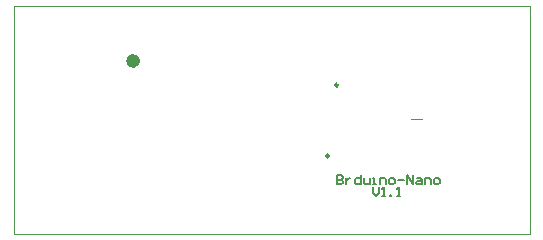
<source format=gto>
G04*
G04 #@! TF.GenerationSoftware,Altium Limited,Altium Designer,20.1.12 (249)*
G04*
G04 Layer_Color=16777215*
%FSLAX44Y44*%
%MOMM*%
G71*
G04*
G04 #@! TF.SameCoordinates,46D68336-88F1-4D35-9B3F-DF4CA844E206*
G04*
G04*
G04 #@! TF.FilePolarity,Positive*
G04*
G01*
G75*
%ADD10C,0.2500*%
%ADD11C,0.6000*%
%ADD12C,0.1000*%
%ADD13C,0.1524*%
D10*
X527098Y805768D02*
G03*
X527098Y805768I-1250J0D01*
G01*
X534841Y865872D02*
G03*
X534841Y865872I-1250J0D01*
G01*
D11*
X364190Y886270D02*
G03*
X364190Y886270I-3000J0D01*
G01*
D12*
X596190Y836770D02*
X605690D01*
X260000Y740000D02*
Y933040D01*
X696880Y740000D02*
Y933040D01*
X260000Y740000D02*
X696880D01*
X260000Y933040D02*
X696880D01*
D13*
X533464Y789528D02*
Y781910D01*
X537273D01*
X538542Y783180D01*
Y784449D01*
X537273Y785719D01*
X533464D01*
X537273D01*
X538542Y786988D01*
Y788258D01*
X537273Y789528D01*
X533464D01*
X541082Y786988D02*
Y781910D01*
Y784449D01*
X542351Y785719D01*
X543621Y786988D01*
X544890D01*
X553777Y789528D02*
Y781910D01*
X549969D01*
X548699Y783180D01*
Y785719D01*
X549969Y786988D01*
X553777D01*
X556317D02*
Y783180D01*
X557586Y781910D01*
X561395D01*
Y786988D01*
X563934Y781910D02*
X566473D01*
X565204D01*
Y786988D01*
X563934D01*
X570282Y781910D02*
Y786988D01*
X574091D01*
X575360Y785719D01*
Y781910D01*
X579169D02*
X581708D01*
X582978Y783180D01*
Y785719D01*
X581708Y786988D01*
X579169D01*
X577900Y785719D01*
Y783180D01*
X579169Y781910D01*
X585517Y785719D02*
X590596D01*
X593135Y781910D02*
Y789528D01*
X598213Y781910D01*
Y789528D01*
X602022Y786988D02*
X604561D01*
X605830Y785719D01*
Y781910D01*
X602022D01*
X600752Y783180D01*
X602022Y784449D01*
X605830D01*
X608370Y781910D02*
Y786988D01*
X612178D01*
X613448Y785719D01*
Y781910D01*
X617257D02*
X619796D01*
X621066Y783180D01*
Y785719D01*
X619796Y786988D01*
X617257D01*
X615987Y785719D01*
Y783180D01*
X617257Y781910D01*
X564586Y779114D02*
Y774035D01*
X567125Y771496D01*
X569664Y774035D01*
Y779114D01*
X572203Y771496D02*
X574743D01*
X573473D01*
Y779114D01*
X572203Y777844D01*
X578551Y771496D02*
Y772766D01*
X579821D01*
Y771496D01*
X578551D01*
X584899D02*
X587439D01*
X586169D01*
Y779114D01*
X584899Y777844D01*
M02*

</source>
